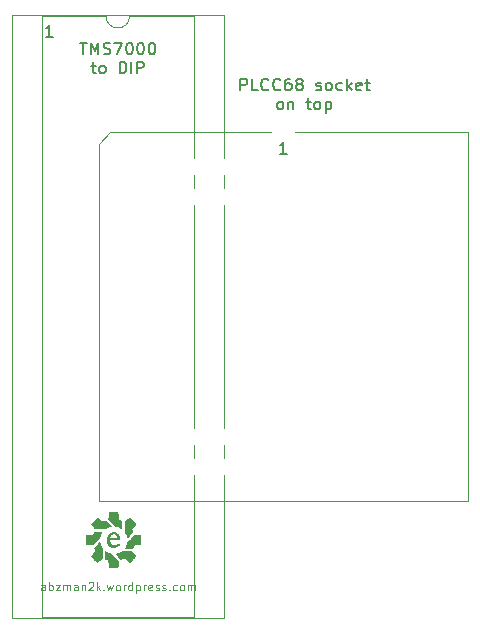
<source format=gto>
G04 #@! TF.GenerationSoftware,KiCad,Pcbnew,(6.0.0)*
G04 #@! TF.CreationDate,2023-01-29T20:41:16-05:00*
G04 #@! TF.ProjectId,tms7000 plcc 68 adapter,746d7337-3030-4302-9070-6c6363203638,rev?*
G04 #@! TF.SameCoordinates,Original*
G04 #@! TF.FileFunction,Legend,Top*
G04 #@! TF.FilePolarity,Positive*
%FSLAX46Y46*%
G04 Gerber Fmt 4.6, Leading zero omitted, Abs format (unit mm)*
G04 Created by KiCad (PCBNEW (6.0.0)) date 2023-01-29 20:41:16*
%MOMM*%
%LPD*%
G01*
G04 APERTURE LIST*
%ADD10C,0.150000*%
%ADD11C,0.100000*%
%ADD12C,0.120000*%
%ADD13R,1.600000X1.600000*%
%ADD14O,1.600000X1.600000*%
%ADD15O,1.400000X1.400000*%
%ADD16R,1.422400X1.422400*%
%ADD17C,1.422400*%
G04 APERTURE END LIST*
D10*
X124523904Y-49447380D02*
X125095333Y-49447380D01*
X124809619Y-50447380D02*
X124809619Y-49447380D01*
X125428666Y-50447380D02*
X125428666Y-49447380D01*
X125762000Y-50161666D01*
X126095333Y-49447380D01*
X126095333Y-50447380D01*
X126523904Y-50399761D02*
X126666761Y-50447380D01*
X126904857Y-50447380D01*
X127000095Y-50399761D01*
X127047714Y-50352142D01*
X127095333Y-50256904D01*
X127095333Y-50161666D01*
X127047714Y-50066428D01*
X127000095Y-50018809D01*
X126904857Y-49971190D01*
X126714380Y-49923571D01*
X126619142Y-49875952D01*
X126571523Y-49828333D01*
X126523904Y-49733095D01*
X126523904Y-49637857D01*
X126571523Y-49542619D01*
X126619142Y-49495000D01*
X126714380Y-49447380D01*
X126952476Y-49447380D01*
X127095333Y-49495000D01*
X127428666Y-49447380D02*
X128095333Y-49447380D01*
X127666761Y-50447380D01*
X128666761Y-49447380D02*
X128762000Y-49447380D01*
X128857238Y-49495000D01*
X128904857Y-49542619D01*
X128952476Y-49637857D01*
X129000095Y-49828333D01*
X129000095Y-50066428D01*
X128952476Y-50256904D01*
X128904857Y-50352142D01*
X128857238Y-50399761D01*
X128762000Y-50447380D01*
X128666761Y-50447380D01*
X128571523Y-50399761D01*
X128523904Y-50352142D01*
X128476285Y-50256904D01*
X128428666Y-50066428D01*
X128428666Y-49828333D01*
X128476285Y-49637857D01*
X128523904Y-49542619D01*
X128571523Y-49495000D01*
X128666761Y-49447380D01*
X129619142Y-49447380D02*
X129714380Y-49447380D01*
X129809619Y-49495000D01*
X129857238Y-49542619D01*
X129904857Y-49637857D01*
X129952476Y-49828333D01*
X129952476Y-50066428D01*
X129904857Y-50256904D01*
X129857238Y-50352142D01*
X129809619Y-50399761D01*
X129714380Y-50447380D01*
X129619142Y-50447380D01*
X129523904Y-50399761D01*
X129476285Y-50352142D01*
X129428666Y-50256904D01*
X129381047Y-50066428D01*
X129381047Y-49828333D01*
X129428666Y-49637857D01*
X129476285Y-49542619D01*
X129523904Y-49495000D01*
X129619142Y-49447380D01*
X130571523Y-49447380D02*
X130666761Y-49447380D01*
X130762000Y-49495000D01*
X130809619Y-49542619D01*
X130857238Y-49637857D01*
X130904857Y-49828333D01*
X130904857Y-50066428D01*
X130857238Y-50256904D01*
X130809619Y-50352142D01*
X130762000Y-50399761D01*
X130666761Y-50447380D01*
X130571523Y-50447380D01*
X130476285Y-50399761D01*
X130428666Y-50352142D01*
X130381047Y-50256904D01*
X130333428Y-50066428D01*
X130333428Y-49828333D01*
X130381047Y-49637857D01*
X130428666Y-49542619D01*
X130476285Y-49495000D01*
X130571523Y-49447380D01*
X125500095Y-51390714D02*
X125881047Y-51390714D01*
X125642952Y-51057380D02*
X125642952Y-51914523D01*
X125690571Y-52009761D01*
X125785809Y-52057380D01*
X125881047Y-52057380D01*
X126357238Y-52057380D02*
X126262000Y-52009761D01*
X126214380Y-51962142D01*
X126166761Y-51866904D01*
X126166761Y-51581190D01*
X126214380Y-51485952D01*
X126262000Y-51438333D01*
X126357238Y-51390714D01*
X126500095Y-51390714D01*
X126595333Y-51438333D01*
X126642952Y-51485952D01*
X126690571Y-51581190D01*
X126690571Y-51866904D01*
X126642952Y-51962142D01*
X126595333Y-52009761D01*
X126500095Y-52057380D01*
X126357238Y-52057380D01*
X127881047Y-52057380D02*
X127881047Y-51057380D01*
X128119142Y-51057380D01*
X128262000Y-51105000D01*
X128357238Y-51200238D01*
X128404857Y-51295476D01*
X128452476Y-51485952D01*
X128452476Y-51628809D01*
X128404857Y-51819285D01*
X128357238Y-51914523D01*
X128262000Y-52009761D01*
X128119142Y-52057380D01*
X127881047Y-52057380D01*
X128881047Y-52057380D02*
X128881047Y-51057380D01*
X129357238Y-52057380D02*
X129357238Y-51057380D01*
X129738190Y-51057380D01*
X129833428Y-51105000D01*
X129881047Y-51152619D01*
X129928666Y-51247857D01*
X129928666Y-51390714D01*
X129881047Y-51485952D01*
X129833428Y-51533571D01*
X129738190Y-51581190D01*
X129357238Y-51581190D01*
X142017714Y-58872380D02*
X141446285Y-58872380D01*
X141732000Y-58872380D02*
X141732000Y-57872380D01*
X141636761Y-58015238D01*
X141541523Y-58110476D01*
X141446285Y-58158095D01*
X122205714Y-48966380D02*
X121634285Y-48966380D01*
X121920000Y-48966380D02*
X121920000Y-47966380D01*
X121824761Y-48109238D01*
X121729523Y-48204476D01*
X121634285Y-48252095D01*
D11*
X121562000Y-95820666D02*
X121562000Y-95454000D01*
X121528666Y-95387333D01*
X121462000Y-95354000D01*
X121328666Y-95354000D01*
X121262000Y-95387333D01*
X121562000Y-95787333D02*
X121495333Y-95820666D01*
X121328666Y-95820666D01*
X121262000Y-95787333D01*
X121228666Y-95720666D01*
X121228666Y-95654000D01*
X121262000Y-95587333D01*
X121328666Y-95554000D01*
X121495333Y-95554000D01*
X121562000Y-95520666D01*
X121895333Y-95820666D02*
X121895333Y-95120666D01*
X121895333Y-95387333D02*
X121962000Y-95354000D01*
X122095333Y-95354000D01*
X122162000Y-95387333D01*
X122195333Y-95420666D01*
X122228666Y-95487333D01*
X122228666Y-95687333D01*
X122195333Y-95754000D01*
X122162000Y-95787333D01*
X122095333Y-95820666D01*
X121962000Y-95820666D01*
X121895333Y-95787333D01*
X122462000Y-95354000D02*
X122828666Y-95354000D01*
X122462000Y-95820666D01*
X122828666Y-95820666D01*
X123095333Y-95820666D02*
X123095333Y-95354000D01*
X123095333Y-95420666D02*
X123128666Y-95387333D01*
X123195333Y-95354000D01*
X123295333Y-95354000D01*
X123362000Y-95387333D01*
X123395333Y-95454000D01*
X123395333Y-95820666D01*
X123395333Y-95454000D02*
X123428666Y-95387333D01*
X123495333Y-95354000D01*
X123595333Y-95354000D01*
X123662000Y-95387333D01*
X123695333Y-95454000D01*
X123695333Y-95820666D01*
X124328666Y-95820666D02*
X124328666Y-95454000D01*
X124295333Y-95387333D01*
X124228666Y-95354000D01*
X124095333Y-95354000D01*
X124028666Y-95387333D01*
X124328666Y-95787333D02*
X124262000Y-95820666D01*
X124095333Y-95820666D01*
X124028666Y-95787333D01*
X123995333Y-95720666D01*
X123995333Y-95654000D01*
X124028666Y-95587333D01*
X124095333Y-95554000D01*
X124262000Y-95554000D01*
X124328666Y-95520666D01*
X124662000Y-95354000D02*
X124662000Y-95820666D01*
X124662000Y-95420666D02*
X124695333Y-95387333D01*
X124762000Y-95354000D01*
X124862000Y-95354000D01*
X124928666Y-95387333D01*
X124962000Y-95454000D01*
X124962000Y-95820666D01*
X125262000Y-95187333D02*
X125295333Y-95154000D01*
X125362000Y-95120666D01*
X125528666Y-95120666D01*
X125595333Y-95154000D01*
X125628666Y-95187333D01*
X125662000Y-95254000D01*
X125662000Y-95320666D01*
X125628666Y-95420666D01*
X125228666Y-95820666D01*
X125662000Y-95820666D01*
X125962000Y-95820666D02*
X125962000Y-95120666D01*
X126028666Y-95554000D02*
X126228666Y-95820666D01*
X126228666Y-95354000D02*
X125962000Y-95620666D01*
X126528666Y-95754000D02*
X126562000Y-95787333D01*
X126528666Y-95820666D01*
X126495333Y-95787333D01*
X126528666Y-95754000D01*
X126528666Y-95820666D01*
X126795333Y-95354000D02*
X126928666Y-95820666D01*
X127062000Y-95487333D01*
X127195333Y-95820666D01*
X127328666Y-95354000D01*
X127695333Y-95820666D02*
X127628666Y-95787333D01*
X127595333Y-95754000D01*
X127562000Y-95687333D01*
X127562000Y-95487333D01*
X127595333Y-95420666D01*
X127628666Y-95387333D01*
X127695333Y-95354000D01*
X127795333Y-95354000D01*
X127862000Y-95387333D01*
X127895333Y-95420666D01*
X127928666Y-95487333D01*
X127928666Y-95687333D01*
X127895333Y-95754000D01*
X127862000Y-95787333D01*
X127795333Y-95820666D01*
X127695333Y-95820666D01*
X128228666Y-95820666D02*
X128228666Y-95354000D01*
X128228666Y-95487333D02*
X128262000Y-95420666D01*
X128295333Y-95387333D01*
X128362000Y-95354000D01*
X128428666Y-95354000D01*
X128962000Y-95820666D02*
X128962000Y-95120666D01*
X128962000Y-95787333D02*
X128895333Y-95820666D01*
X128762000Y-95820666D01*
X128695333Y-95787333D01*
X128662000Y-95754000D01*
X128628666Y-95687333D01*
X128628666Y-95487333D01*
X128662000Y-95420666D01*
X128695333Y-95387333D01*
X128762000Y-95354000D01*
X128895333Y-95354000D01*
X128962000Y-95387333D01*
X129295333Y-95354000D02*
X129295333Y-96054000D01*
X129295333Y-95387333D02*
X129362000Y-95354000D01*
X129495333Y-95354000D01*
X129562000Y-95387333D01*
X129595333Y-95420666D01*
X129628666Y-95487333D01*
X129628666Y-95687333D01*
X129595333Y-95754000D01*
X129562000Y-95787333D01*
X129495333Y-95820666D01*
X129362000Y-95820666D01*
X129295333Y-95787333D01*
X129928666Y-95820666D02*
X129928666Y-95354000D01*
X129928666Y-95487333D02*
X129962000Y-95420666D01*
X129995333Y-95387333D01*
X130062000Y-95354000D01*
X130128666Y-95354000D01*
X130628666Y-95787333D02*
X130562000Y-95820666D01*
X130428666Y-95820666D01*
X130362000Y-95787333D01*
X130328666Y-95720666D01*
X130328666Y-95454000D01*
X130362000Y-95387333D01*
X130428666Y-95354000D01*
X130562000Y-95354000D01*
X130628666Y-95387333D01*
X130662000Y-95454000D01*
X130662000Y-95520666D01*
X130328666Y-95587333D01*
X130928666Y-95787333D02*
X130995333Y-95820666D01*
X131128666Y-95820666D01*
X131195333Y-95787333D01*
X131228666Y-95720666D01*
X131228666Y-95687333D01*
X131195333Y-95620666D01*
X131128666Y-95587333D01*
X131028666Y-95587333D01*
X130962000Y-95554000D01*
X130928666Y-95487333D01*
X130928666Y-95454000D01*
X130962000Y-95387333D01*
X131028666Y-95354000D01*
X131128666Y-95354000D01*
X131195333Y-95387333D01*
X131495333Y-95787333D02*
X131562000Y-95820666D01*
X131695333Y-95820666D01*
X131762000Y-95787333D01*
X131795333Y-95720666D01*
X131795333Y-95687333D01*
X131762000Y-95620666D01*
X131695333Y-95587333D01*
X131595333Y-95587333D01*
X131528666Y-95554000D01*
X131495333Y-95487333D01*
X131495333Y-95454000D01*
X131528666Y-95387333D01*
X131595333Y-95354000D01*
X131695333Y-95354000D01*
X131762000Y-95387333D01*
X132095333Y-95754000D02*
X132128666Y-95787333D01*
X132095333Y-95820666D01*
X132062000Y-95787333D01*
X132095333Y-95754000D01*
X132095333Y-95820666D01*
X132728666Y-95787333D02*
X132662000Y-95820666D01*
X132528666Y-95820666D01*
X132462000Y-95787333D01*
X132428666Y-95754000D01*
X132395333Y-95687333D01*
X132395333Y-95487333D01*
X132428666Y-95420666D01*
X132462000Y-95387333D01*
X132528666Y-95354000D01*
X132662000Y-95354000D01*
X132728666Y-95387333D01*
X133128666Y-95820666D02*
X133062000Y-95787333D01*
X133028666Y-95754000D01*
X132995333Y-95687333D01*
X132995333Y-95487333D01*
X133028666Y-95420666D01*
X133062000Y-95387333D01*
X133128666Y-95354000D01*
X133228666Y-95354000D01*
X133295333Y-95387333D01*
X133328666Y-95420666D01*
X133362000Y-95487333D01*
X133362000Y-95687333D01*
X133328666Y-95754000D01*
X133295333Y-95787333D01*
X133228666Y-95820666D01*
X133128666Y-95820666D01*
X133662000Y-95820666D02*
X133662000Y-95354000D01*
X133662000Y-95420666D02*
X133695333Y-95387333D01*
X133762000Y-95354000D01*
X133862000Y-95354000D01*
X133928666Y-95387333D01*
X133962000Y-95454000D01*
X133962000Y-95820666D01*
X133962000Y-95454000D02*
X133995333Y-95387333D01*
X134062000Y-95354000D01*
X134162000Y-95354000D01*
X134228666Y-95387333D01*
X134262000Y-95454000D01*
X134262000Y-95820666D01*
D10*
X138105238Y-53495380D02*
X138105238Y-52495380D01*
X138486190Y-52495380D01*
X138581428Y-52543000D01*
X138629047Y-52590619D01*
X138676666Y-52685857D01*
X138676666Y-52828714D01*
X138629047Y-52923952D01*
X138581428Y-52971571D01*
X138486190Y-53019190D01*
X138105238Y-53019190D01*
X139581428Y-53495380D02*
X139105238Y-53495380D01*
X139105238Y-52495380D01*
X140486190Y-53400142D02*
X140438571Y-53447761D01*
X140295714Y-53495380D01*
X140200476Y-53495380D01*
X140057619Y-53447761D01*
X139962380Y-53352523D01*
X139914761Y-53257285D01*
X139867142Y-53066809D01*
X139867142Y-52923952D01*
X139914761Y-52733476D01*
X139962380Y-52638238D01*
X140057619Y-52543000D01*
X140200476Y-52495380D01*
X140295714Y-52495380D01*
X140438571Y-52543000D01*
X140486190Y-52590619D01*
X141486190Y-53400142D02*
X141438571Y-53447761D01*
X141295714Y-53495380D01*
X141200476Y-53495380D01*
X141057619Y-53447761D01*
X140962380Y-53352523D01*
X140914761Y-53257285D01*
X140867142Y-53066809D01*
X140867142Y-52923952D01*
X140914761Y-52733476D01*
X140962380Y-52638238D01*
X141057619Y-52543000D01*
X141200476Y-52495380D01*
X141295714Y-52495380D01*
X141438571Y-52543000D01*
X141486190Y-52590619D01*
X142343333Y-52495380D02*
X142152857Y-52495380D01*
X142057619Y-52543000D01*
X142010000Y-52590619D01*
X141914761Y-52733476D01*
X141867142Y-52923952D01*
X141867142Y-53304904D01*
X141914761Y-53400142D01*
X141962380Y-53447761D01*
X142057619Y-53495380D01*
X142248095Y-53495380D01*
X142343333Y-53447761D01*
X142390952Y-53400142D01*
X142438571Y-53304904D01*
X142438571Y-53066809D01*
X142390952Y-52971571D01*
X142343333Y-52923952D01*
X142248095Y-52876333D01*
X142057619Y-52876333D01*
X141962380Y-52923952D01*
X141914761Y-52971571D01*
X141867142Y-53066809D01*
X143010000Y-52923952D02*
X142914761Y-52876333D01*
X142867142Y-52828714D01*
X142819523Y-52733476D01*
X142819523Y-52685857D01*
X142867142Y-52590619D01*
X142914761Y-52543000D01*
X143010000Y-52495380D01*
X143200476Y-52495380D01*
X143295714Y-52543000D01*
X143343333Y-52590619D01*
X143390952Y-52685857D01*
X143390952Y-52733476D01*
X143343333Y-52828714D01*
X143295714Y-52876333D01*
X143200476Y-52923952D01*
X143010000Y-52923952D01*
X142914761Y-52971571D01*
X142867142Y-53019190D01*
X142819523Y-53114428D01*
X142819523Y-53304904D01*
X142867142Y-53400142D01*
X142914761Y-53447761D01*
X143010000Y-53495380D01*
X143200476Y-53495380D01*
X143295714Y-53447761D01*
X143343333Y-53400142D01*
X143390952Y-53304904D01*
X143390952Y-53114428D01*
X143343333Y-53019190D01*
X143295714Y-52971571D01*
X143200476Y-52923952D01*
X144533809Y-53447761D02*
X144629047Y-53495380D01*
X144819523Y-53495380D01*
X144914761Y-53447761D01*
X144962380Y-53352523D01*
X144962380Y-53304904D01*
X144914761Y-53209666D01*
X144819523Y-53162047D01*
X144676666Y-53162047D01*
X144581428Y-53114428D01*
X144533809Y-53019190D01*
X144533809Y-52971571D01*
X144581428Y-52876333D01*
X144676666Y-52828714D01*
X144819523Y-52828714D01*
X144914761Y-52876333D01*
X145533809Y-53495380D02*
X145438571Y-53447761D01*
X145390952Y-53400142D01*
X145343333Y-53304904D01*
X145343333Y-53019190D01*
X145390952Y-52923952D01*
X145438571Y-52876333D01*
X145533809Y-52828714D01*
X145676666Y-52828714D01*
X145771904Y-52876333D01*
X145819523Y-52923952D01*
X145867142Y-53019190D01*
X145867142Y-53304904D01*
X145819523Y-53400142D01*
X145771904Y-53447761D01*
X145676666Y-53495380D01*
X145533809Y-53495380D01*
X146724285Y-53447761D02*
X146629047Y-53495380D01*
X146438571Y-53495380D01*
X146343333Y-53447761D01*
X146295714Y-53400142D01*
X146248095Y-53304904D01*
X146248095Y-53019190D01*
X146295714Y-52923952D01*
X146343333Y-52876333D01*
X146438571Y-52828714D01*
X146629047Y-52828714D01*
X146724285Y-52876333D01*
X147152857Y-53495380D02*
X147152857Y-52495380D01*
X147248095Y-53114428D02*
X147533809Y-53495380D01*
X147533809Y-52828714D02*
X147152857Y-53209666D01*
X148343333Y-53447761D02*
X148248095Y-53495380D01*
X148057619Y-53495380D01*
X147962380Y-53447761D01*
X147914761Y-53352523D01*
X147914761Y-52971571D01*
X147962380Y-52876333D01*
X148057619Y-52828714D01*
X148248095Y-52828714D01*
X148343333Y-52876333D01*
X148390952Y-52971571D01*
X148390952Y-53066809D01*
X147914761Y-53162047D01*
X148676666Y-52828714D02*
X149057619Y-52828714D01*
X148819523Y-52495380D02*
X148819523Y-53352523D01*
X148867142Y-53447761D01*
X148962380Y-53495380D01*
X149057619Y-53495380D01*
X141414761Y-55105380D02*
X141319523Y-55057761D01*
X141271904Y-55010142D01*
X141224285Y-54914904D01*
X141224285Y-54629190D01*
X141271904Y-54533952D01*
X141319523Y-54486333D01*
X141414761Y-54438714D01*
X141557619Y-54438714D01*
X141652857Y-54486333D01*
X141700476Y-54533952D01*
X141748095Y-54629190D01*
X141748095Y-54914904D01*
X141700476Y-55010142D01*
X141652857Y-55057761D01*
X141557619Y-55105380D01*
X141414761Y-55105380D01*
X142176666Y-54438714D02*
X142176666Y-55105380D01*
X142176666Y-54533952D02*
X142224285Y-54486333D01*
X142319523Y-54438714D01*
X142462380Y-54438714D01*
X142557619Y-54486333D01*
X142605238Y-54581571D01*
X142605238Y-55105380D01*
X143700476Y-54438714D02*
X144081428Y-54438714D01*
X143843333Y-54105380D02*
X143843333Y-54962523D01*
X143890952Y-55057761D01*
X143986190Y-55105380D01*
X144081428Y-55105380D01*
X144557619Y-55105380D02*
X144462380Y-55057761D01*
X144414761Y-55010142D01*
X144367142Y-54914904D01*
X144367142Y-54629190D01*
X144414761Y-54533952D01*
X144462380Y-54486333D01*
X144557619Y-54438714D01*
X144700476Y-54438714D01*
X144795714Y-54486333D01*
X144843333Y-54533952D01*
X144890952Y-54629190D01*
X144890952Y-54914904D01*
X144843333Y-55010142D01*
X144795714Y-55057761D01*
X144700476Y-55105380D01*
X144557619Y-55105380D01*
X145319523Y-54438714D02*
X145319523Y-55438714D01*
X145319523Y-54486333D02*
X145414761Y-54438714D01*
X145605238Y-54438714D01*
X145700476Y-54486333D01*
X145748095Y-54533952D01*
X145795714Y-54629190D01*
X145795714Y-54914904D01*
X145748095Y-55010142D01*
X145700476Y-55057761D01*
X145605238Y-55105380D01*
X145414761Y-55105380D01*
X145319523Y-55057761D01*
D12*
X118786000Y-98181500D02*
X136686000Y-98181500D01*
X118786000Y-47141500D02*
X118786000Y-98181500D01*
X136686000Y-98181500D02*
X136686000Y-47141500D01*
X134196000Y-47201500D02*
X128736000Y-47201500D01*
X126736000Y-47201500D02*
X121276000Y-47201500D01*
X134196000Y-98121500D02*
X134196000Y-47201500D01*
X136686000Y-47141500D02*
X118786000Y-47141500D01*
X121276000Y-47201500D02*
X121276000Y-98121500D01*
X121276000Y-98121500D02*
X134196000Y-98121500D01*
X126736000Y-47201500D02*
G75*
G03*
X128736000Y-47201500I1000000J0D01*
G01*
G36*
X126683492Y-92492189D02*
G01*
X126705321Y-92507119D01*
X126732311Y-92525838D01*
X126734796Y-92527574D01*
X126803943Y-92571323D01*
X126881439Y-92612821D01*
X126958436Y-92647426D01*
X126977343Y-92654745D01*
X127013061Y-92667119D01*
X127054303Y-92679990D01*
X127096759Y-92692177D01*
X127136119Y-92702502D01*
X127168073Y-92709782D01*
X127188311Y-92712837D01*
X127189532Y-92712865D01*
X127198124Y-92718842D01*
X127217736Y-92736008D01*
X127247174Y-92763216D01*
X127285240Y-92799318D01*
X127330740Y-92843168D01*
X127382477Y-92893618D01*
X127439255Y-92949520D01*
X127499880Y-93009728D01*
X127522620Y-93032441D01*
X127842108Y-93352016D01*
X127836761Y-93399204D01*
X127833565Y-93427214D01*
X127829018Y-93466812D01*
X127823772Y-93512338D01*
X127819354Y-93550562D01*
X127813285Y-93604271D01*
X127806764Y-93664060D01*
X127800756Y-93720977D01*
X127797782Y-93750220D01*
X127793394Y-93792885D01*
X127789078Y-93832518D01*
X127785417Y-93863867D01*
X127783529Y-93878261D01*
X127778791Y-93910814D01*
X126991891Y-93910814D01*
X126987152Y-93878261D01*
X126984318Y-93856030D01*
X126980415Y-93821768D01*
X126976027Y-93780727D01*
X126972925Y-93750220D01*
X126967532Y-93698312D01*
X126960977Y-93638664D01*
X126954313Y-93580753D01*
X126951207Y-93554902D01*
X126945408Y-93504843D01*
X126939754Y-93451369D01*
X126935060Y-93402404D01*
X126933034Y-93378362D01*
X126929244Y-93342393D01*
X126924417Y-93315247D01*
X126919264Y-93300545D01*
X126917493Y-93299004D01*
X126891768Y-93291254D01*
X126855974Y-93279632D01*
X126814887Y-93265787D01*
X126773284Y-93251363D01*
X126735942Y-93238008D01*
X126707637Y-93227367D01*
X126697388Y-93223151D01*
X126660495Y-93206858D01*
X126660495Y-92842158D01*
X126660591Y-92750036D01*
X126660906Y-92674002D01*
X126661478Y-92612781D01*
X126662346Y-92565100D01*
X126663548Y-92529686D01*
X126665123Y-92505265D01*
X126667110Y-92490565D01*
X126669546Y-92484310D01*
X126671346Y-92484143D01*
X126683492Y-92492189D01*
G37*
G36*
X129209143Y-91119576D02*
G01*
X129238968Y-91122882D01*
X129280141Y-91127542D01*
X129326770Y-91132885D01*
X129364562Y-91137261D01*
X129418268Y-91143358D01*
X129478055Y-91149902D01*
X129534969Y-91155922D01*
X129564220Y-91158900D01*
X129606885Y-91163287D01*
X129646518Y-91167603D01*
X129677867Y-91171265D01*
X129692261Y-91173152D01*
X129724814Y-91177891D01*
X129724814Y-91964791D01*
X129692261Y-91969529D01*
X129670030Y-91972364D01*
X129635768Y-91976266D01*
X129594727Y-91980654D01*
X129564220Y-91983757D01*
X129512312Y-91989149D01*
X129452664Y-91995705D01*
X129394753Y-92002369D01*
X129368902Y-92005475D01*
X129318843Y-92011273D01*
X129265369Y-92016928D01*
X129216404Y-92021622D01*
X129192362Y-92023648D01*
X129156411Y-92027436D01*
X129129259Y-92032262D01*
X129114536Y-92037413D01*
X129112983Y-92039188D01*
X129103236Y-92071643D01*
X129089543Y-92113966D01*
X129074054Y-92159770D01*
X129058917Y-92202666D01*
X129049156Y-92228911D01*
X129026603Y-92287506D01*
X128663884Y-92287506D01*
X128586427Y-92287415D01*
X128514625Y-92287156D01*
X128450278Y-92286748D01*
X128395183Y-92286211D01*
X128351137Y-92285563D01*
X128319940Y-92284825D01*
X128303387Y-92284016D01*
X128301164Y-92283582D01*
X128305786Y-92275113D01*
X128318032Y-92256212D01*
X128335474Y-92230602D01*
X128339742Y-92224471D01*
X128385905Y-92151605D01*
X128428866Y-92071100D01*
X128464020Y-91991711D01*
X128468745Y-91979338D01*
X128482314Y-91940143D01*
X128495879Y-91896289D01*
X128508274Y-91852114D01*
X128518337Y-91811955D01*
X128524903Y-91780149D01*
X128526865Y-91762809D01*
X128533001Y-91751983D01*
X128551443Y-91729569D01*
X128582242Y-91695513D01*
X128625450Y-91649761D01*
X128681118Y-91592258D01*
X128749298Y-91522950D01*
X128830041Y-91441783D01*
X128842379Y-91429442D01*
X129157894Y-91114016D01*
X129209143Y-91119576D01*
G37*
G36*
X126067039Y-89681436D02*
G01*
X126088745Y-89698380D01*
X126120924Y-89723852D01*
X126160637Y-89755493D01*
X126204947Y-89790943D01*
X126250915Y-89827845D01*
X126295603Y-89863837D01*
X126336074Y-89896561D01*
X126369389Y-89923657D01*
X126392609Y-89942766D01*
X126395660Y-89945318D01*
X126412377Y-89958992D01*
X126436250Y-89978099D01*
X126451881Y-89990454D01*
X126490670Y-90020942D01*
X126551710Y-89987960D01*
X126591563Y-89967444D01*
X126637624Y-89945224D01*
X126679994Y-89926075D01*
X126680406Y-89925898D01*
X126748062Y-89896817D01*
X127003765Y-90152411D01*
X127058525Y-90207287D01*
X127109271Y-90258411D01*
X127154723Y-90304474D01*
X127193603Y-90344168D01*
X127224632Y-90376185D01*
X127246533Y-90399216D01*
X127258025Y-90411953D01*
X127259469Y-90414038D01*
X127251716Y-90418601D01*
X127231983Y-90423453D01*
X127218235Y-90425664D01*
X127182307Y-90432141D01*
X127135734Y-90442772D01*
X127084279Y-90456030D01*
X127033702Y-90470387D01*
X126989765Y-90484316D01*
X126969640Y-90491578D01*
X126917897Y-90513823D01*
X126860151Y-90542198D01*
X126804039Y-90572761D01*
X126759425Y-90600083D01*
X126715123Y-90629475D01*
X125794412Y-90629475D01*
X125780990Y-90608991D01*
X125766597Y-90589040D01*
X125755957Y-90576438D01*
X125746649Y-90565665D01*
X125728724Y-90544006D01*
X125704383Y-90514155D01*
X125675828Y-90478803D01*
X125660895Y-90460199D01*
X125627581Y-90418657D01*
X125594064Y-90376937D01*
X125563702Y-90339214D01*
X125539853Y-90309662D01*
X125534627Y-90303208D01*
X125511144Y-90273827D01*
X125489527Y-90246078D01*
X125474185Y-90225627D01*
X125473374Y-90224494D01*
X125454937Y-90198602D01*
X126013775Y-89640540D01*
X126067039Y-89681436D01*
G37*
G36*
X127783529Y-89264420D02*
G01*
X127786364Y-89286651D01*
X127790266Y-89320914D01*
X127794654Y-89361954D01*
X127797757Y-89392462D01*
X127803149Y-89444369D01*
X127809705Y-89504018D01*
X127816369Y-89561929D01*
X127819475Y-89587780D01*
X127825273Y-89637838D01*
X127830928Y-89691312D01*
X127835622Y-89740277D01*
X127837648Y-89764320D01*
X127841438Y-89800289D01*
X127846264Y-89827435D01*
X127851418Y-89842136D01*
X127853188Y-89843677D01*
X127878913Y-89851428D01*
X127914708Y-89863049D01*
X127955794Y-89876895D01*
X127997397Y-89891318D01*
X128034739Y-89904674D01*
X128063044Y-89915315D01*
X128073294Y-89919531D01*
X128110187Y-89935824D01*
X128110187Y-90300011D01*
X128110137Y-90377622D01*
X128109994Y-90449574D01*
X128109770Y-90514074D01*
X128109473Y-90569329D01*
X128109117Y-90613546D01*
X128108710Y-90644930D01*
X128108264Y-90661690D01*
X128108017Y-90664030D01*
X128100435Y-90659347D01*
X128081792Y-90646881D01*
X128055270Y-90628776D01*
X128036400Y-90615755D01*
X127920310Y-90545675D01*
X127794706Y-90489275D01*
X127661993Y-90447608D01*
X127641424Y-90442648D01*
X127576318Y-90427563D01*
X127252944Y-90105359D01*
X126929569Y-89783154D01*
X126934419Y-89739722D01*
X126937397Y-89713377D01*
X126941754Y-89675232D01*
X126946868Y-89630732D01*
X126951327Y-89592120D01*
X126957396Y-89538411D01*
X126963918Y-89478621D01*
X126969925Y-89421705D01*
X126972900Y-89392462D01*
X126977287Y-89349796D01*
X126981603Y-89310163D01*
X126985265Y-89278815D01*
X126987152Y-89264420D01*
X126991891Y-89231867D01*
X127778791Y-89231867D01*
X127783529Y-89264420D01*
G37*
G36*
X128519051Y-92504937D02*
G01*
X128965245Y-92505347D01*
X129004309Y-92554643D01*
X129025961Y-92581886D01*
X129045167Y-92605910D01*
X129057763Y-92621508D01*
X129068877Y-92635210D01*
X129088148Y-92659100D01*
X129113640Y-92690769D01*
X129143418Y-92727806D01*
X129175547Y-92767801D01*
X129208093Y-92808344D01*
X129239121Y-92847025D01*
X129266696Y-92881434D01*
X129288883Y-92909160D01*
X129303746Y-92927794D01*
X129309157Y-92934656D01*
X129304764Y-92942835D01*
X129288643Y-92962309D01*
X129261534Y-92992294D01*
X129224179Y-93032004D01*
X129177320Y-93080655D01*
X129121697Y-93137463D01*
X129058053Y-93201643D01*
X129036386Y-93223337D01*
X128756717Y-93502908D01*
X128604898Y-93380599D01*
X128559922Y-93344347D01*
X128518653Y-93311046D01*
X128483306Y-93282486D01*
X128456094Y-93260456D01*
X128439231Y-93246745D01*
X128435686Y-93243832D01*
X128421508Y-93232249D01*
X128397712Y-93213016D01*
X128368248Y-93189318D01*
X128350647Y-93175208D01*
X128283000Y-93121045D01*
X128207444Y-93159326D01*
X128167514Y-93179184D01*
X128126580Y-93198928D01*
X128091601Y-93215220D01*
X128081820Y-93219591D01*
X128031751Y-93241575D01*
X127775007Y-92985269D01*
X127720277Y-92930448D01*
X127669722Y-92879451D01*
X127624595Y-92833568D01*
X127586146Y-92794090D01*
X127555630Y-92762304D01*
X127534297Y-92739503D01*
X127523402Y-92726976D01*
X127522269Y-92724957D01*
X127532287Y-92721624D01*
X127554511Y-92716860D01*
X127581679Y-92712102D01*
X127710993Y-92682751D01*
X127838178Y-92636530D01*
X127962033Y-92573905D01*
X128006885Y-92546601D01*
X128072858Y-92504526D01*
X128519051Y-92504937D01*
G37*
G36*
X126233335Y-91713527D02*
G01*
X126238414Y-91732466D01*
X126239458Y-91738446D01*
X126267590Y-91870415D01*
X126309231Y-91996660D01*
X126363255Y-92114138D01*
X126405190Y-92185462D01*
X126443475Y-92244644D01*
X126443475Y-93153787D01*
X126414834Y-93178558D01*
X126389552Y-93199902D01*
X126360804Y-93223459D01*
X126351898Y-93230595D01*
X126334701Y-93244331D01*
X126306625Y-93266827D01*
X126270317Y-93295961D01*
X126228424Y-93329607D01*
X126183593Y-93365643D01*
X126174370Y-93373060D01*
X126131303Y-93407679D01*
X126092548Y-93438793D01*
X126060245Y-93464690D01*
X126036529Y-93483657D01*
X126023539Y-93493981D01*
X126022026Y-93495157D01*
X126013847Y-93490764D01*
X125994372Y-93474643D01*
X125964388Y-93447534D01*
X125924678Y-93410179D01*
X125876026Y-93363320D01*
X125819218Y-93307697D01*
X125755038Y-93244053D01*
X125733344Y-93222386D01*
X125453774Y-92942717D01*
X125576082Y-92790898D01*
X125612335Y-92745922D01*
X125645636Y-92704653D01*
X125674196Y-92669306D01*
X125696226Y-92642094D01*
X125709936Y-92625231D01*
X125712850Y-92621686D01*
X125724433Y-92607508D01*
X125743666Y-92583712D01*
X125767363Y-92554248D01*
X125781473Y-92536647D01*
X125835637Y-92469000D01*
X125797355Y-92393444D01*
X125777361Y-92353217D01*
X125757356Y-92311696D01*
X125740746Y-92275989D01*
X125736364Y-92266176D01*
X125713653Y-92214463D01*
X125967829Y-91960178D01*
X126022554Y-91905573D01*
X126073531Y-91854987D01*
X126119445Y-91809702D01*
X126158985Y-91770999D01*
X126190836Y-91740163D01*
X126213687Y-91718474D01*
X126226224Y-91707216D01*
X126228177Y-91705893D01*
X126233335Y-91713527D01*
G37*
G36*
X126866479Y-91244170D02*
G01*
X126911915Y-91165627D01*
X126971703Y-91091349D01*
X126990365Y-91071742D01*
X127063627Y-91006793D01*
X127141991Y-90956972D01*
X127229082Y-90920108D01*
X127259393Y-90910691D01*
X127297888Y-90900276D01*
X127329279Y-90893919D01*
X127359898Y-90890961D01*
X127396080Y-90890736D01*
X127436094Y-90892209D01*
X127512080Y-90899002D01*
X127577180Y-90912862D01*
X127637005Y-90935449D01*
X127697167Y-90968419D01*
X127700036Y-90970214D01*
X127765465Y-91021327D01*
X127821304Y-91085467D01*
X127865966Y-91160253D01*
X127897860Y-91243304D01*
X127907162Y-91280534D01*
X127913673Y-91323089D01*
X127917166Y-91371630D01*
X127917775Y-91421999D01*
X127915633Y-91470038D01*
X127910876Y-91511590D01*
X127903636Y-91542497D01*
X127898355Y-91553905D01*
X127884086Y-91575681D01*
X127085853Y-91575681D01*
X127086158Y-91612575D01*
X127094673Y-91695333D01*
X127118001Y-91772712D01*
X127154917Y-91842660D01*
X127204197Y-91903123D01*
X127264617Y-91952049D01*
X127300920Y-91972690D01*
X127329396Y-91986478D01*
X127351778Y-91995715D01*
X127372826Y-92001312D01*
X127397302Y-92004181D01*
X127429966Y-92005233D01*
X127471685Y-92005380D01*
X127517502Y-92005056D01*
X127550514Y-92003620D01*
X127575274Y-92000375D01*
X127596332Y-91994626D01*
X127618242Y-91985676D01*
X127627023Y-91981626D01*
X127663029Y-91961771D01*
X127704747Y-91934265D01*
X127746452Y-91903290D01*
X127782418Y-91873027D01*
X127801194Y-91854417D01*
X127818853Y-91840128D01*
X127837374Y-91838219D01*
X127860019Y-91849277D01*
X127885209Y-91869542D01*
X127922888Y-91902979D01*
X127892836Y-91952656D01*
X127834496Y-92033246D01*
X127765021Y-92101289D01*
X127685735Y-92155702D01*
X127597965Y-92195405D01*
X127593349Y-92196994D01*
X127557336Y-92208109D01*
X127523676Y-92215480D01*
X127486496Y-92219992D01*
X127439925Y-92222533D01*
X127420064Y-92223126D01*
X127374101Y-92223519D01*
X127329701Y-92222520D01*
X127292441Y-92220331D01*
X127270948Y-92217755D01*
X127199983Y-92199088D01*
X127126402Y-92169187D01*
X127057505Y-92131074D01*
X127050732Y-92126647D01*
X126981831Y-92070628D01*
X126923071Y-92001762D01*
X126875009Y-91921683D01*
X126838204Y-91832020D01*
X126813215Y-91734408D01*
X126800601Y-91630477D01*
X126800920Y-91521859D01*
X126811605Y-91428108D01*
X126813564Y-91419427D01*
X127085523Y-91419427D01*
X127322240Y-91419378D01*
X127388461Y-91419044D01*
X127449483Y-91418122D01*
X127502809Y-91416695D01*
X127545943Y-91414846D01*
X127576387Y-91412656D01*
X127590617Y-91410536D01*
X127622190Y-91395391D01*
X127642398Y-91369702D01*
X127652229Y-91331768D01*
X127653557Y-91302236D01*
X127644583Y-91240517D01*
X127619921Y-91183158D01*
X127581132Y-91132575D01*
X127529782Y-91091184D01*
X127509402Y-91079458D01*
X127464130Y-91063932D01*
X127410764Y-91058305D01*
X127355386Y-91062451D01*
X127304078Y-91076245D01*
X127286764Y-91084067D01*
X127229567Y-91122970D01*
X127179713Y-91175330D01*
X127139478Y-91237999D01*
X127111141Y-91307827D01*
X127103611Y-91337233D01*
X127097280Y-91366636D01*
X127091773Y-91391802D01*
X127089962Y-91399895D01*
X127085523Y-91419427D01*
X126813564Y-91419427D01*
X126833630Y-91330491D01*
X126866479Y-91244170D01*
G37*
G36*
X126206645Y-90846591D02*
G01*
X126282680Y-90846906D01*
X126343901Y-90847478D01*
X126391582Y-90848346D01*
X126426996Y-90849548D01*
X126451416Y-90851123D01*
X126466117Y-90853110D01*
X126472371Y-90855546D01*
X126472538Y-90857346D01*
X126464493Y-90869492D01*
X126449563Y-90891321D01*
X126430843Y-90918311D01*
X126429108Y-90920796D01*
X126385358Y-90989943D01*
X126343861Y-91067439D01*
X126309255Y-91144436D01*
X126301936Y-91163343D01*
X126289563Y-91199061D01*
X126276692Y-91240303D01*
X126264504Y-91282759D01*
X126254180Y-91322119D01*
X126246900Y-91354073D01*
X126243844Y-91374311D01*
X126243816Y-91375532D01*
X126237796Y-91385052D01*
X126220674Y-91405154D01*
X126193862Y-91434439D01*
X126158772Y-91471505D01*
X126116813Y-91514954D01*
X126069396Y-91563385D01*
X126017934Y-91615400D01*
X125963836Y-91669597D01*
X125908513Y-91724578D01*
X125853377Y-91778943D01*
X125799838Y-91831292D01*
X125749307Y-91880225D01*
X125703196Y-91924343D01*
X125662914Y-91962246D01*
X125629874Y-91992534D01*
X125605485Y-92013807D01*
X125591159Y-92024666D01*
X125588373Y-92025782D01*
X125566774Y-92023805D01*
X125545013Y-92021464D01*
X125467079Y-92012458D01*
X125403492Y-92005164D01*
X125351357Y-91999261D01*
X125307779Y-91994427D01*
X125269864Y-91990340D01*
X125234716Y-91986678D01*
X125206462Y-91983820D01*
X125163797Y-91979417D01*
X125124165Y-91975088D01*
X125092816Y-91971419D01*
X125078420Y-91969529D01*
X125045867Y-91964791D01*
X125045867Y-91177891D01*
X125078420Y-91173152D01*
X125100651Y-91170318D01*
X125134914Y-91166415D01*
X125175954Y-91162027D01*
X125206462Y-91158925D01*
X125258369Y-91153532D01*
X125318018Y-91146977D01*
X125375929Y-91140313D01*
X125401780Y-91137207D01*
X125451838Y-91131408D01*
X125505312Y-91125754D01*
X125554277Y-91121060D01*
X125578320Y-91119034D01*
X125614289Y-91115244D01*
X125641435Y-91110417D01*
X125656136Y-91105264D01*
X125657677Y-91103493D01*
X125665428Y-91077768D01*
X125677049Y-91041974D01*
X125690895Y-91000887D01*
X125705318Y-90959284D01*
X125718674Y-90921942D01*
X125729315Y-90893637D01*
X125733531Y-90883388D01*
X125749824Y-90846495D01*
X126114523Y-90846495D01*
X126206645Y-90846591D01*
G37*
G36*
X129036386Y-89919344D02*
G01*
X129102412Y-89985691D01*
X129160650Y-90044914D01*
X129210359Y-90096228D01*
X129250798Y-90138850D01*
X129281226Y-90171993D01*
X129300901Y-90194875D01*
X129309081Y-90206709D01*
X129309157Y-90208026D01*
X129301559Y-90217655D01*
X129285029Y-90238371D01*
X129261523Y-90267735D01*
X129232999Y-90303313D01*
X129201413Y-90342668D01*
X129168723Y-90383363D01*
X129136885Y-90422962D01*
X129107857Y-90459029D01*
X129083595Y-90489128D01*
X129066056Y-90510821D01*
X129057763Y-90520995D01*
X129046205Y-90535179D01*
X129026996Y-90558974D01*
X129003322Y-90588426D01*
X128989303Y-90605917D01*
X128935234Y-90673447D01*
X128981728Y-90766481D01*
X129001311Y-90806476D01*
X129019017Y-90844103D01*
X129032741Y-90874804D01*
X129039810Y-90892341D01*
X129051397Y-90925166D01*
X128800038Y-91176637D01*
X128745643Y-91230923D01*
X128695023Y-91281185D01*
X128649496Y-91326133D01*
X128610381Y-91364478D01*
X128578993Y-91394931D01*
X128556652Y-91416202D01*
X128544674Y-91427003D01*
X128543041Y-91428108D01*
X128535518Y-91421224D01*
X128532134Y-91414376D01*
X128527758Y-91394365D01*
X128526865Y-91381288D01*
X128524187Y-91359138D01*
X128516934Y-91324975D01*
X128506275Y-91283170D01*
X128493381Y-91238092D01*
X128479420Y-91194113D01*
X128468529Y-91163343D01*
X128438099Y-91089207D01*
X128404524Y-91022571D01*
X128364988Y-90956904D01*
X128327207Y-90898038D01*
X128327207Y-89988895D01*
X128355847Y-89964123D01*
X128381112Y-89942779D01*
X128409846Y-89919197D01*
X128418783Y-89912018D01*
X128435658Y-89898504D01*
X128463517Y-89876119D01*
X128499834Y-89846896D01*
X128542081Y-89812870D01*
X128587733Y-89776073D01*
X128604898Y-89762230D01*
X128756717Y-89639774D01*
X129036386Y-89919344D01*
G37*
X126107000Y-58019000D02*
X126107000Y-88269000D01*
X157357000Y-57019000D02*
X142732000Y-57019000D01*
X127107000Y-57019000D02*
X126107000Y-58019000D01*
X126107000Y-88269000D02*
X157357000Y-88269000D01*
X140732000Y-57019000D02*
X127107000Y-57019000D01*
X157357000Y-88269000D02*
X157357000Y-57019000D01*
%LPC*%
D13*
X120116000Y-48531500D03*
D14*
X120116000Y-51071500D03*
X120116000Y-53611500D03*
X120116000Y-56151500D03*
X120116000Y-58691500D03*
X120116000Y-61231500D03*
X120116000Y-63771500D03*
X120116000Y-66311500D03*
X120116000Y-68851500D03*
X120116000Y-71391500D03*
X120116000Y-73931500D03*
X120116000Y-76471500D03*
X120116000Y-79011500D03*
X120116000Y-81551500D03*
X120116000Y-84091500D03*
X120116000Y-86631500D03*
X120116000Y-89171500D03*
X120116000Y-91711500D03*
X120116000Y-94251500D03*
X120116000Y-96791500D03*
X135356000Y-96791500D03*
X135356000Y-94251500D03*
X135356000Y-91711500D03*
X135356000Y-89171500D03*
D15*
X135356000Y-86631500D03*
X135356000Y-84091500D03*
X135356000Y-81551500D03*
D14*
X135356000Y-79011500D03*
X135356000Y-76471500D03*
X135356000Y-73931500D03*
X135356000Y-71391500D03*
X135356000Y-68851500D03*
X135356000Y-66311500D03*
D15*
X135356000Y-63771500D03*
X135356000Y-61231500D03*
X135356000Y-58691500D03*
D14*
X135356000Y-56151500D03*
X135356000Y-53611500D03*
X135356000Y-51071500D03*
X135356000Y-48531500D03*
D16*
X141732000Y-59944000D03*
D17*
X141732000Y-62484000D03*
X139192000Y-59944000D03*
X139192000Y-62484000D03*
X136652000Y-59944000D03*
X136652000Y-62484000D03*
X134112000Y-59944000D03*
X134112000Y-62484000D03*
X131572000Y-59944000D03*
X129032000Y-62484000D03*
X131572000Y-62484000D03*
X129032000Y-65024000D03*
X131572000Y-65024000D03*
X129032000Y-67564000D03*
X131572000Y-67564000D03*
X129032000Y-70104000D03*
X131572000Y-70104000D03*
X129032000Y-72644000D03*
X131572000Y-72644000D03*
X129032000Y-75184000D03*
X131572000Y-75184000D03*
X129032000Y-77724000D03*
X131572000Y-77724000D03*
X129032000Y-80264000D03*
X131572000Y-80264000D03*
X129032000Y-82804000D03*
X131572000Y-85344000D03*
X131572000Y-82804000D03*
X134112000Y-85344000D03*
X134112000Y-82804000D03*
X136652000Y-85344000D03*
X136652000Y-82804000D03*
X139192000Y-85344000D03*
X139192000Y-82804000D03*
X141732000Y-85344000D03*
X141732000Y-82804000D03*
X144272000Y-85344000D03*
X144272000Y-82804000D03*
X146812000Y-85344000D03*
X146812000Y-82804000D03*
X149352000Y-85344000D03*
X149352000Y-82804000D03*
X151892000Y-85344000D03*
X154432000Y-82804000D03*
X151892000Y-82804000D03*
X154432000Y-80264000D03*
X151892000Y-80264000D03*
X154432000Y-77724000D03*
X151892000Y-77724000D03*
X154432000Y-75184000D03*
X151892000Y-75184000D03*
X154432000Y-72644000D03*
X151892000Y-72644000D03*
X154432000Y-70104000D03*
X151892000Y-70104000D03*
X154432000Y-67564000D03*
X151892000Y-67564000D03*
X154432000Y-65024000D03*
X151892000Y-65024000D03*
X154432000Y-62484000D03*
X151892000Y-59944000D03*
X151892000Y-62484000D03*
X149352000Y-59944000D03*
X149352000Y-62484000D03*
X146812000Y-59944000D03*
X146812000Y-62484000D03*
X144272000Y-59944000D03*
X144272000Y-62484000D03*
M02*

</source>
